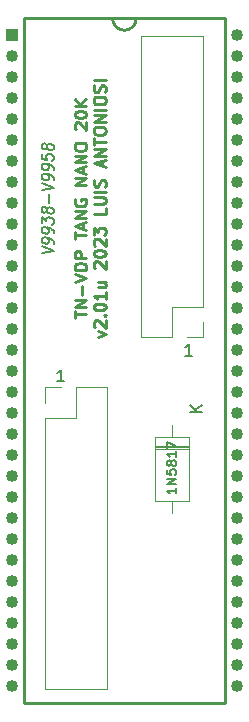
<source format=gbr>
%TF.GenerationSoftware,KiCad,Pcbnew,7.0.1*%
%TF.CreationDate,2023-07-20T10:28:40-07:00*%
%TF.ProjectId,tn_vdp_v9958_socket,746e5f76-6470-45f7-9639-3935385f736f,rev?*%
%TF.SameCoordinates,Original*%
%TF.FileFunction,Legend,Top*%
%TF.FilePolarity,Positive*%
%FSLAX46Y46*%
G04 Gerber Fmt 4.6, Leading zero omitted, Abs format (unit mm)*
G04 Created by KiCad (PCBNEW 7.0.1) date 2023-07-20 10:28:40*
%MOMM*%
%LPD*%
G01*
G04 APERTURE LIST*
%ADD10C,0.250000*%
%ADD11C,0.150000*%
%ADD12C,0.203200*%
%ADD13C,0.120000*%
%ADD14C,0.254000*%
%ADD15R,1.016000X1.016000*%
%ADD16C,1.016000*%
G04 APERTURE END LIST*
D10*
X165757619Y-70035714D02*
X165757619Y-69464286D01*
X166757619Y-69750000D02*
X165757619Y-69750000D01*
X166757619Y-69130952D02*
X165757619Y-69130952D01*
X165757619Y-69130952D02*
X166757619Y-68559524D01*
X166757619Y-68559524D02*
X165757619Y-68559524D01*
X166376666Y-68083333D02*
X166376666Y-67321429D01*
X165757619Y-66988095D02*
X166757619Y-66654762D01*
X166757619Y-66654762D02*
X165757619Y-66321429D01*
X166757619Y-65988095D02*
X165757619Y-65988095D01*
X165757619Y-65988095D02*
X165757619Y-65750000D01*
X165757619Y-65750000D02*
X165805238Y-65607143D01*
X165805238Y-65607143D02*
X165900476Y-65511905D01*
X165900476Y-65511905D02*
X165995714Y-65464286D01*
X165995714Y-65464286D02*
X166186190Y-65416667D01*
X166186190Y-65416667D02*
X166329047Y-65416667D01*
X166329047Y-65416667D02*
X166519523Y-65464286D01*
X166519523Y-65464286D02*
X166614761Y-65511905D01*
X166614761Y-65511905D02*
X166710000Y-65607143D01*
X166710000Y-65607143D02*
X166757619Y-65750000D01*
X166757619Y-65750000D02*
X166757619Y-65988095D01*
X166757619Y-64988095D02*
X165757619Y-64988095D01*
X165757619Y-64988095D02*
X165757619Y-64607143D01*
X165757619Y-64607143D02*
X165805238Y-64511905D01*
X165805238Y-64511905D02*
X165852857Y-64464286D01*
X165852857Y-64464286D02*
X165948095Y-64416667D01*
X165948095Y-64416667D02*
X166090952Y-64416667D01*
X166090952Y-64416667D02*
X166186190Y-64464286D01*
X166186190Y-64464286D02*
X166233809Y-64511905D01*
X166233809Y-64511905D02*
X166281428Y-64607143D01*
X166281428Y-64607143D02*
X166281428Y-64988095D01*
X165757619Y-63369047D02*
X165757619Y-62797619D01*
X166757619Y-63083333D02*
X165757619Y-63083333D01*
X166471904Y-62511904D02*
X166471904Y-62035714D01*
X166757619Y-62607142D02*
X165757619Y-62273809D01*
X165757619Y-62273809D02*
X166757619Y-61940476D01*
X166757619Y-61607142D02*
X165757619Y-61607142D01*
X165757619Y-61607142D02*
X166757619Y-61035714D01*
X166757619Y-61035714D02*
X165757619Y-61035714D01*
X165805238Y-60035714D02*
X165757619Y-60130952D01*
X165757619Y-60130952D02*
X165757619Y-60273809D01*
X165757619Y-60273809D02*
X165805238Y-60416666D01*
X165805238Y-60416666D02*
X165900476Y-60511904D01*
X165900476Y-60511904D02*
X165995714Y-60559523D01*
X165995714Y-60559523D02*
X166186190Y-60607142D01*
X166186190Y-60607142D02*
X166329047Y-60607142D01*
X166329047Y-60607142D02*
X166519523Y-60559523D01*
X166519523Y-60559523D02*
X166614761Y-60511904D01*
X166614761Y-60511904D02*
X166710000Y-60416666D01*
X166710000Y-60416666D02*
X166757619Y-60273809D01*
X166757619Y-60273809D02*
X166757619Y-60178571D01*
X166757619Y-60178571D02*
X166710000Y-60035714D01*
X166710000Y-60035714D02*
X166662380Y-59988095D01*
X166662380Y-59988095D02*
X166329047Y-59988095D01*
X166329047Y-59988095D02*
X166329047Y-60178571D01*
X166757619Y-58797618D02*
X165757619Y-58797618D01*
X165757619Y-58797618D02*
X166757619Y-58226190D01*
X166757619Y-58226190D02*
X165757619Y-58226190D01*
X166471904Y-57797618D02*
X166471904Y-57321428D01*
X166757619Y-57892856D02*
X165757619Y-57559523D01*
X165757619Y-57559523D02*
X166757619Y-57226190D01*
X166757619Y-56892856D02*
X165757619Y-56892856D01*
X165757619Y-56892856D02*
X166757619Y-56321428D01*
X166757619Y-56321428D02*
X165757619Y-56321428D01*
X165757619Y-55654761D02*
X165757619Y-55464285D01*
X165757619Y-55464285D02*
X165805238Y-55369047D01*
X165805238Y-55369047D02*
X165900476Y-55273809D01*
X165900476Y-55273809D02*
X166090952Y-55226190D01*
X166090952Y-55226190D02*
X166424285Y-55226190D01*
X166424285Y-55226190D02*
X166614761Y-55273809D01*
X166614761Y-55273809D02*
X166710000Y-55369047D01*
X166710000Y-55369047D02*
X166757619Y-55464285D01*
X166757619Y-55464285D02*
X166757619Y-55654761D01*
X166757619Y-55654761D02*
X166710000Y-55749999D01*
X166710000Y-55749999D02*
X166614761Y-55845237D01*
X166614761Y-55845237D02*
X166424285Y-55892856D01*
X166424285Y-55892856D02*
X166090952Y-55892856D01*
X166090952Y-55892856D02*
X165900476Y-55845237D01*
X165900476Y-55845237D02*
X165805238Y-55749999D01*
X165805238Y-55749999D02*
X165757619Y-55654761D01*
X165852857Y-54083332D02*
X165805238Y-54035713D01*
X165805238Y-54035713D02*
X165757619Y-53940475D01*
X165757619Y-53940475D02*
X165757619Y-53702380D01*
X165757619Y-53702380D02*
X165805238Y-53607142D01*
X165805238Y-53607142D02*
X165852857Y-53559523D01*
X165852857Y-53559523D02*
X165948095Y-53511904D01*
X165948095Y-53511904D02*
X166043333Y-53511904D01*
X166043333Y-53511904D02*
X166186190Y-53559523D01*
X166186190Y-53559523D02*
X166757619Y-54130951D01*
X166757619Y-54130951D02*
X166757619Y-53511904D01*
X165757619Y-52892856D02*
X165757619Y-52797618D01*
X165757619Y-52797618D02*
X165805238Y-52702380D01*
X165805238Y-52702380D02*
X165852857Y-52654761D01*
X165852857Y-52654761D02*
X165948095Y-52607142D01*
X165948095Y-52607142D02*
X166138571Y-52559523D01*
X166138571Y-52559523D02*
X166376666Y-52559523D01*
X166376666Y-52559523D02*
X166567142Y-52607142D01*
X166567142Y-52607142D02*
X166662380Y-52654761D01*
X166662380Y-52654761D02*
X166710000Y-52702380D01*
X166710000Y-52702380D02*
X166757619Y-52797618D01*
X166757619Y-52797618D02*
X166757619Y-52892856D01*
X166757619Y-52892856D02*
X166710000Y-52988094D01*
X166710000Y-52988094D02*
X166662380Y-53035713D01*
X166662380Y-53035713D02*
X166567142Y-53083332D01*
X166567142Y-53083332D02*
X166376666Y-53130951D01*
X166376666Y-53130951D02*
X166138571Y-53130951D01*
X166138571Y-53130951D02*
X165948095Y-53083332D01*
X165948095Y-53083332D02*
X165852857Y-53035713D01*
X165852857Y-53035713D02*
X165805238Y-52988094D01*
X165805238Y-52988094D02*
X165757619Y-52892856D01*
X166757619Y-52130951D02*
X165757619Y-52130951D01*
X166757619Y-51559523D02*
X166186190Y-51988094D01*
X165757619Y-51559523D02*
X166329047Y-52130951D01*
X167710952Y-71654761D02*
X168377619Y-71416666D01*
X168377619Y-71416666D02*
X167710952Y-71178571D01*
X167472857Y-70845237D02*
X167425238Y-70797618D01*
X167425238Y-70797618D02*
X167377619Y-70702380D01*
X167377619Y-70702380D02*
X167377619Y-70464285D01*
X167377619Y-70464285D02*
X167425238Y-70369047D01*
X167425238Y-70369047D02*
X167472857Y-70321428D01*
X167472857Y-70321428D02*
X167568095Y-70273809D01*
X167568095Y-70273809D02*
X167663333Y-70273809D01*
X167663333Y-70273809D02*
X167806190Y-70321428D01*
X167806190Y-70321428D02*
X168377619Y-70892856D01*
X168377619Y-70892856D02*
X168377619Y-70273809D01*
X168282380Y-69845237D02*
X168330000Y-69797618D01*
X168330000Y-69797618D02*
X168377619Y-69845237D01*
X168377619Y-69845237D02*
X168330000Y-69892856D01*
X168330000Y-69892856D02*
X168282380Y-69845237D01*
X168282380Y-69845237D02*
X168377619Y-69845237D01*
X167377619Y-69178571D02*
X167377619Y-69083333D01*
X167377619Y-69083333D02*
X167425238Y-68988095D01*
X167425238Y-68988095D02*
X167472857Y-68940476D01*
X167472857Y-68940476D02*
X167568095Y-68892857D01*
X167568095Y-68892857D02*
X167758571Y-68845238D01*
X167758571Y-68845238D02*
X167996666Y-68845238D01*
X167996666Y-68845238D02*
X168187142Y-68892857D01*
X168187142Y-68892857D02*
X168282380Y-68940476D01*
X168282380Y-68940476D02*
X168330000Y-68988095D01*
X168330000Y-68988095D02*
X168377619Y-69083333D01*
X168377619Y-69083333D02*
X168377619Y-69178571D01*
X168377619Y-69178571D02*
X168330000Y-69273809D01*
X168330000Y-69273809D02*
X168282380Y-69321428D01*
X168282380Y-69321428D02*
X168187142Y-69369047D01*
X168187142Y-69369047D02*
X167996666Y-69416666D01*
X167996666Y-69416666D02*
X167758571Y-69416666D01*
X167758571Y-69416666D02*
X167568095Y-69369047D01*
X167568095Y-69369047D02*
X167472857Y-69321428D01*
X167472857Y-69321428D02*
X167425238Y-69273809D01*
X167425238Y-69273809D02*
X167377619Y-69178571D01*
X168377619Y-67892857D02*
X168377619Y-68464285D01*
X168377619Y-68178571D02*
X167377619Y-68178571D01*
X167377619Y-68178571D02*
X167520476Y-68273809D01*
X167520476Y-68273809D02*
X167615714Y-68369047D01*
X167615714Y-68369047D02*
X167663333Y-68464285D01*
X167710952Y-67035714D02*
X168377619Y-67035714D01*
X167710952Y-67464285D02*
X168234761Y-67464285D01*
X168234761Y-67464285D02*
X168330000Y-67416666D01*
X168330000Y-67416666D02*
X168377619Y-67321428D01*
X168377619Y-67321428D02*
X168377619Y-67178571D01*
X168377619Y-67178571D02*
X168330000Y-67083333D01*
X168330000Y-67083333D02*
X168282380Y-67035714D01*
X167472857Y-65845237D02*
X167425238Y-65797618D01*
X167425238Y-65797618D02*
X167377619Y-65702380D01*
X167377619Y-65702380D02*
X167377619Y-65464285D01*
X167377619Y-65464285D02*
X167425238Y-65369047D01*
X167425238Y-65369047D02*
X167472857Y-65321428D01*
X167472857Y-65321428D02*
X167568095Y-65273809D01*
X167568095Y-65273809D02*
X167663333Y-65273809D01*
X167663333Y-65273809D02*
X167806190Y-65321428D01*
X167806190Y-65321428D02*
X168377619Y-65892856D01*
X168377619Y-65892856D02*
X168377619Y-65273809D01*
X167377619Y-64654761D02*
X167377619Y-64559523D01*
X167377619Y-64559523D02*
X167425238Y-64464285D01*
X167425238Y-64464285D02*
X167472857Y-64416666D01*
X167472857Y-64416666D02*
X167568095Y-64369047D01*
X167568095Y-64369047D02*
X167758571Y-64321428D01*
X167758571Y-64321428D02*
X167996666Y-64321428D01*
X167996666Y-64321428D02*
X168187142Y-64369047D01*
X168187142Y-64369047D02*
X168282380Y-64416666D01*
X168282380Y-64416666D02*
X168330000Y-64464285D01*
X168330000Y-64464285D02*
X168377619Y-64559523D01*
X168377619Y-64559523D02*
X168377619Y-64654761D01*
X168377619Y-64654761D02*
X168330000Y-64749999D01*
X168330000Y-64749999D02*
X168282380Y-64797618D01*
X168282380Y-64797618D02*
X168187142Y-64845237D01*
X168187142Y-64845237D02*
X167996666Y-64892856D01*
X167996666Y-64892856D02*
X167758571Y-64892856D01*
X167758571Y-64892856D02*
X167568095Y-64845237D01*
X167568095Y-64845237D02*
X167472857Y-64797618D01*
X167472857Y-64797618D02*
X167425238Y-64749999D01*
X167425238Y-64749999D02*
X167377619Y-64654761D01*
X167472857Y-63940475D02*
X167425238Y-63892856D01*
X167425238Y-63892856D02*
X167377619Y-63797618D01*
X167377619Y-63797618D02*
X167377619Y-63559523D01*
X167377619Y-63559523D02*
X167425238Y-63464285D01*
X167425238Y-63464285D02*
X167472857Y-63416666D01*
X167472857Y-63416666D02*
X167568095Y-63369047D01*
X167568095Y-63369047D02*
X167663333Y-63369047D01*
X167663333Y-63369047D02*
X167806190Y-63416666D01*
X167806190Y-63416666D02*
X168377619Y-63988094D01*
X168377619Y-63988094D02*
X168377619Y-63369047D01*
X167377619Y-63035713D02*
X167377619Y-62416666D01*
X167377619Y-62416666D02*
X167758571Y-62749999D01*
X167758571Y-62749999D02*
X167758571Y-62607142D01*
X167758571Y-62607142D02*
X167806190Y-62511904D01*
X167806190Y-62511904D02*
X167853809Y-62464285D01*
X167853809Y-62464285D02*
X167949047Y-62416666D01*
X167949047Y-62416666D02*
X168187142Y-62416666D01*
X168187142Y-62416666D02*
X168282380Y-62464285D01*
X168282380Y-62464285D02*
X168330000Y-62511904D01*
X168330000Y-62511904D02*
X168377619Y-62607142D01*
X168377619Y-62607142D02*
X168377619Y-62892856D01*
X168377619Y-62892856D02*
X168330000Y-62988094D01*
X168330000Y-62988094D02*
X168282380Y-63035713D01*
X168377619Y-60749999D02*
X168377619Y-61226189D01*
X168377619Y-61226189D02*
X167377619Y-61226189D01*
X167377619Y-60416665D02*
X168187142Y-60416665D01*
X168187142Y-60416665D02*
X168282380Y-60369046D01*
X168282380Y-60369046D02*
X168330000Y-60321427D01*
X168330000Y-60321427D02*
X168377619Y-60226189D01*
X168377619Y-60226189D02*
X168377619Y-60035713D01*
X168377619Y-60035713D02*
X168330000Y-59940475D01*
X168330000Y-59940475D02*
X168282380Y-59892856D01*
X168282380Y-59892856D02*
X168187142Y-59845237D01*
X168187142Y-59845237D02*
X167377619Y-59845237D01*
X168377619Y-59369046D02*
X167377619Y-59369046D01*
X168330000Y-58940475D02*
X168377619Y-58797618D01*
X168377619Y-58797618D02*
X168377619Y-58559523D01*
X168377619Y-58559523D02*
X168330000Y-58464285D01*
X168330000Y-58464285D02*
X168282380Y-58416666D01*
X168282380Y-58416666D02*
X168187142Y-58369047D01*
X168187142Y-58369047D02*
X168091904Y-58369047D01*
X168091904Y-58369047D02*
X167996666Y-58416666D01*
X167996666Y-58416666D02*
X167949047Y-58464285D01*
X167949047Y-58464285D02*
X167901428Y-58559523D01*
X167901428Y-58559523D02*
X167853809Y-58749999D01*
X167853809Y-58749999D02*
X167806190Y-58845237D01*
X167806190Y-58845237D02*
X167758571Y-58892856D01*
X167758571Y-58892856D02*
X167663333Y-58940475D01*
X167663333Y-58940475D02*
X167568095Y-58940475D01*
X167568095Y-58940475D02*
X167472857Y-58892856D01*
X167472857Y-58892856D02*
X167425238Y-58845237D01*
X167425238Y-58845237D02*
X167377619Y-58749999D01*
X167377619Y-58749999D02*
X167377619Y-58511904D01*
X167377619Y-58511904D02*
X167425238Y-58369047D01*
X168091904Y-57226189D02*
X168091904Y-56749999D01*
X168377619Y-57321427D02*
X167377619Y-56988094D01*
X167377619Y-56988094D02*
X168377619Y-56654761D01*
X168377619Y-56321427D02*
X167377619Y-56321427D01*
X167377619Y-56321427D02*
X168377619Y-55749999D01*
X168377619Y-55749999D02*
X167377619Y-55749999D01*
X167377619Y-55416665D02*
X167377619Y-54845237D01*
X168377619Y-55130951D02*
X167377619Y-55130951D01*
X167377619Y-54321427D02*
X167377619Y-54130951D01*
X167377619Y-54130951D02*
X167425238Y-54035713D01*
X167425238Y-54035713D02*
X167520476Y-53940475D01*
X167520476Y-53940475D02*
X167710952Y-53892856D01*
X167710952Y-53892856D02*
X168044285Y-53892856D01*
X168044285Y-53892856D02*
X168234761Y-53940475D01*
X168234761Y-53940475D02*
X168330000Y-54035713D01*
X168330000Y-54035713D02*
X168377619Y-54130951D01*
X168377619Y-54130951D02*
X168377619Y-54321427D01*
X168377619Y-54321427D02*
X168330000Y-54416665D01*
X168330000Y-54416665D02*
X168234761Y-54511903D01*
X168234761Y-54511903D02*
X168044285Y-54559522D01*
X168044285Y-54559522D02*
X167710952Y-54559522D01*
X167710952Y-54559522D02*
X167520476Y-54511903D01*
X167520476Y-54511903D02*
X167425238Y-54416665D01*
X167425238Y-54416665D02*
X167377619Y-54321427D01*
X168377619Y-53464284D02*
X167377619Y-53464284D01*
X167377619Y-53464284D02*
X168377619Y-52892856D01*
X168377619Y-52892856D02*
X167377619Y-52892856D01*
X168377619Y-52416665D02*
X167377619Y-52416665D01*
X167377619Y-51749999D02*
X167377619Y-51559523D01*
X167377619Y-51559523D02*
X167425238Y-51464285D01*
X167425238Y-51464285D02*
X167520476Y-51369047D01*
X167520476Y-51369047D02*
X167710952Y-51321428D01*
X167710952Y-51321428D02*
X168044285Y-51321428D01*
X168044285Y-51321428D02*
X168234761Y-51369047D01*
X168234761Y-51369047D02*
X168330000Y-51464285D01*
X168330000Y-51464285D02*
X168377619Y-51559523D01*
X168377619Y-51559523D02*
X168377619Y-51749999D01*
X168377619Y-51749999D02*
X168330000Y-51845237D01*
X168330000Y-51845237D02*
X168234761Y-51940475D01*
X168234761Y-51940475D02*
X168044285Y-51988094D01*
X168044285Y-51988094D02*
X167710952Y-51988094D01*
X167710952Y-51988094D02*
X167520476Y-51940475D01*
X167520476Y-51940475D02*
X167425238Y-51845237D01*
X167425238Y-51845237D02*
X167377619Y-51749999D01*
X168330000Y-50940475D02*
X168377619Y-50797618D01*
X168377619Y-50797618D02*
X168377619Y-50559523D01*
X168377619Y-50559523D02*
X168330000Y-50464285D01*
X168330000Y-50464285D02*
X168282380Y-50416666D01*
X168282380Y-50416666D02*
X168187142Y-50369047D01*
X168187142Y-50369047D02*
X168091904Y-50369047D01*
X168091904Y-50369047D02*
X167996666Y-50416666D01*
X167996666Y-50416666D02*
X167949047Y-50464285D01*
X167949047Y-50464285D02*
X167901428Y-50559523D01*
X167901428Y-50559523D02*
X167853809Y-50749999D01*
X167853809Y-50749999D02*
X167806190Y-50845237D01*
X167806190Y-50845237D02*
X167758571Y-50892856D01*
X167758571Y-50892856D02*
X167663333Y-50940475D01*
X167663333Y-50940475D02*
X167568095Y-50940475D01*
X167568095Y-50940475D02*
X167472857Y-50892856D01*
X167472857Y-50892856D02*
X167425238Y-50845237D01*
X167425238Y-50845237D02*
X167377619Y-50749999D01*
X167377619Y-50749999D02*
X167377619Y-50511904D01*
X167377619Y-50511904D02*
X167425238Y-50369047D01*
X168377619Y-49940475D02*
X167377619Y-49940475D01*
D11*
%TO.C,D1*%
X176562619Y-78011904D02*
X175562619Y-78011904D01*
X176562619Y-77440476D02*
X175991190Y-77869047D01*
X175562619Y-77440476D02*
X176134047Y-78011904D01*
X174370095Y-84464286D02*
X174370095Y-84921429D01*
X174370095Y-84692857D02*
X173570095Y-84692857D01*
X173570095Y-84692857D02*
X173684380Y-84769048D01*
X173684380Y-84769048D02*
X173760571Y-84845238D01*
X173760571Y-84845238D02*
X173798666Y-84921429D01*
X174370095Y-84121428D02*
X173570095Y-84121428D01*
X173570095Y-84121428D02*
X174370095Y-83664285D01*
X174370095Y-83664285D02*
X173570095Y-83664285D01*
X173570095Y-82902381D02*
X173570095Y-83283333D01*
X173570095Y-83283333D02*
X173951047Y-83321429D01*
X173951047Y-83321429D02*
X173912952Y-83283333D01*
X173912952Y-83283333D02*
X173874857Y-83207143D01*
X173874857Y-83207143D02*
X173874857Y-83016667D01*
X173874857Y-83016667D02*
X173912952Y-82940476D01*
X173912952Y-82940476D02*
X173951047Y-82902381D01*
X173951047Y-82902381D02*
X174027238Y-82864286D01*
X174027238Y-82864286D02*
X174217714Y-82864286D01*
X174217714Y-82864286D02*
X174293904Y-82902381D01*
X174293904Y-82902381D02*
X174332000Y-82940476D01*
X174332000Y-82940476D02*
X174370095Y-83016667D01*
X174370095Y-83016667D02*
X174370095Y-83207143D01*
X174370095Y-83207143D02*
X174332000Y-83283333D01*
X174332000Y-83283333D02*
X174293904Y-83321429D01*
X173912952Y-82407143D02*
X173874857Y-82483333D01*
X173874857Y-82483333D02*
X173836761Y-82521428D01*
X173836761Y-82521428D02*
X173760571Y-82559524D01*
X173760571Y-82559524D02*
X173722476Y-82559524D01*
X173722476Y-82559524D02*
X173646285Y-82521428D01*
X173646285Y-82521428D02*
X173608190Y-82483333D01*
X173608190Y-82483333D02*
X173570095Y-82407143D01*
X173570095Y-82407143D02*
X173570095Y-82254762D01*
X173570095Y-82254762D02*
X173608190Y-82178571D01*
X173608190Y-82178571D02*
X173646285Y-82140476D01*
X173646285Y-82140476D02*
X173722476Y-82102381D01*
X173722476Y-82102381D02*
X173760571Y-82102381D01*
X173760571Y-82102381D02*
X173836761Y-82140476D01*
X173836761Y-82140476D02*
X173874857Y-82178571D01*
X173874857Y-82178571D02*
X173912952Y-82254762D01*
X173912952Y-82254762D02*
X173912952Y-82407143D01*
X173912952Y-82407143D02*
X173951047Y-82483333D01*
X173951047Y-82483333D02*
X173989142Y-82521428D01*
X173989142Y-82521428D02*
X174065333Y-82559524D01*
X174065333Y-82559524D02*
X174217714Y-82559524D01*
X174217714Y-82559524D02*
X174293904Y-82521428D01*
X174293904Y-82521428D02*
X174332000Y-82483333D01*
X174332000Y-82483333D02*
X174370095Y-82407143D01*
X174370095Y-82407143D02*
X174370095Y-82254762D01*
X174370095Y-82254762D02*
X174332000Y-82178571D01*
X174332000Y-82178571D02*
X174293904Y-82140476D01*
X174293904Y-82140476D02*
X174217714Y-82102381D01*
X174217714Y-82102381D02*
X174065333Y-82102381D01*
X174065333Y-82102381D02*
X173989142Y-82140476D01*
X173989142Y-82140476D02*
X173951047Y-82178571D01*
X173951047Y-82178571D02*
X173912952Y-82254762D01*
X174370095Y-81340476D02*
X174370095Y-81797619D01*
X174370095Y-81569047D02*
X173570095Y-81569047D01*
X173570095Y-81569047D02*
X173684380Y-81645238D01*
X173684380Y-81645238D02*
X173760571Y-81721428D01*
X173760571Y-81721428D02*
X173798666Y-81797619D01*
X173570095Y-81073809D02*
X173570095Y-80540475D01*
X173570095Y-80540475D02*
X174370095Y-80883333D01*
%TO.C,J3*%
X164877714Y-75436619D02*
X164306286Y-75436619D01*
X164592000Y-75436619D02*
X164592000Y-74436619D01*
X164592000Y-74436619D02*
X164496762Y-74579476D01*
X164496762Y-74579476D02*
X164401524Y-74674714D01*
X164401524Y-74674714D02*
X164306286Y-74722333D01*
D12*
%TO.C,U1*%
X162954020Y-64594982D02*
X163970020Y-64417182D01*
X163970020Y-64417182D02*
X162954020Y-63985382D01*
X163970020Y-63770087D02*
X163970020Y-63595916D01*
X163970020Y-63595916D02*
X163921640Y-63502782D01*
X163921640Y-63502782D02*
X163873259Y-63453192D01*
X163873259Y-63453192D02*
X163728116Y-63347963D01*
X163728116Y-63347963D02*
X163534592Y-63280230D01*
X163534592Y-63280230D02*
X163147544Y-63231849D01*
X163147544Y-63231849D02*
X163050782Y-63263297D01*
X163050782Y-63263297D02*
X163002401Y-63300792D01*
X163002401Y-63300792D02*
X162954020Y-63381830D01*
X162954020Y-63381830D02*
X162954020Y-63556001D01*
X162954020Y-63556001D02*
X163002401Y-63649135D01*
X163002401Y-63649135D02*
X163050782Y-63698725D01*
X163050782Y-63698725D02*
X163147544Y-63754363D01*
X163147544Y-63754363D02*
X163389449Y-63784601D01*
X163389449Y-63784601D02*
X163486211Y-63753154D01*
X163486211Y-63753154D02*
X163534592Y-63715658D01*
X163534592Y-63715658D02*
X163582973Y-63634620D01*
X163582973Y-63634620D02*
X163582973Y-63460449D01*
X163582973Y-63460449D02*
X163534592Y-63367316D01*
X163534592Y-63367316D02*
X163486211Y-63317725D01*
X163486211Y-63317725D02*
X163389449Y-63262087D01*
X163970020Y-62905277D02*
X163970020Y-62731106D01*
X163970020Y-62731106D02*
X163921640Y-62637972D01*
X163921640Y-62637972D02*
X163873259Y-62588382D01*
X163873259Y-62588382D02*
X163728116Y-62483153D01*
X163728116Y-62483153D02*
X163534592Y-62415420D01*
X163534592Y-62415420D02*
X163147544Y-62367039D01*
X163147544Y-62367039D02*
X163050782Y-62398487D01*
X163050782Y-62398487D02*
X163002401Y-62435982D01*
X163002401Y-62435982D02*
X162954020Y-62517020D01*
X162954020Y-62517020D02*
X162954020Y-62691191D01*
X162954020Y-62691191D02*
X163002401Y-62784325D01*
X163002401Y-62784325D02*
X163050782Y-62833915D01*
X163050782Y-62833915D02*
X163147544Y-62889553D01*
X163147544Y-62889553D02*
X163389449Y-62919791D01*
X163389449Y-62919791D02*
X163486211Y-62888344D01*
X163486211Y-62888344D02*
X163534592Y-62850848D01*
X163534592Y-62850848D02*
X163582973Y-62769810D01*
X163582973Y-62769810D02*
X163582973Y-62595639D01*
X163582973Y-62595639D02*
X163534592Y-62502506D01*
X163534592Y-62502506D02*
X163486211Y-62452915D01*
X163486211Y-62452915D02*
X163389449Y-62397277D01*
X162954020Y-62044096D02*
X162954020Y-61478038D01*
X162954020Y-61478038D02*
X163341068Y-61831219D01*
X163341068Y-61831219D02*
X163341068Y-61700591D01*
X163341068Y-61700591D02*
X163389449Y-61619553D01*
X163389449Y-61619553D02*
X163437830Y-61582057D01*
X163437830Y-61582057D02*
X163534592Y-61550610D01*
X163534592Y-61550610D02*
X163776497Y-61580848D01*
X163776497Y-61580848D02*
X163873259Y-61636486D01*
X163873259Y-61636486D02*
X163921640Y-61686077D01*
X163921640Y-61686077D02*
X163970020Y-61779210D01*
X163970020Y-61779210D02*
X163970020Y-62040467D01*
X163970020Y-62040467D02*
X163921640Y-62121505D01*
X163921640Y-62121505D02*
X163873259Y-62159000D01*
X163389449Y-61016000D02*
X163341068Y-61097038D01*
X163341068Y-61097038D02*
X163292687Y-61134533D01*
X163292687Y-61134533D02*
X163195925Y-61165981D01*
X163195925Y-61165981D02*
X163147544Y-61159933D01*
X163147544Y-61159933D02*
X163050782Y-61104295D01*
X163050782Y-61104295D02*
X163002401Y-61054705D01*
X163002401Y-61054705D02*
X162954020Y-60961571D01*
X162954020Y-60961571D02*
X162954020Y-60787400D01*
X162954020Y-60787400D02*
X163002401Y-60706362D01*
X163002401Y-60706362D02*
X163050782Y-60668867D01*
X163050782Y-60668867D02*
X163147544Y-60637419D01*
X163147544Y-60637419D02*
X163195925Y-60643467D01*
X163195925Y-60643467D02*
X163292687Y-60699105D01*
X163292687Y-60699105D02*
X163341068Y-60748695D01*
X163341068Y-60748695D02*
X163389449Y-60841828D01*
X163389449Y-60841828D02*
X163389449Y-61016000D01*
X163389449Y-61016000D02*
X163437830Y-61109133D01*
X163437830Y-61109133D02*
X163486211Y-61158724D01*
X163486211Y-61158724D02*
X163582973Y-61214362D01*
X163582973Y-61214362D02*
X163776497Y-61238552D01*
X163776497Y-61238552D02*
X163873259Y-61207105D01*
X163873259Y-61207105D02*
X163921640Y-61169609D01*
X163921640Y-61169609D02*
X163970020Y-61088571D01*
X163970020Y-61088571D02*
X163970020Y-60914400D01*
X163970020Y-60914400D02*
X163921640Y-60821267D01*
X163921640Y-60821267D02*
X163873259Y-60771676D01*
X163873259Y-60771676D02*
X163776497Y-60716038D01*
X163776497Y-60716038D02*
X163582973Y-60691847D01*
X163582973Y-60691847D02*
X163486211Y-60723295D01*
X163486211Y-60723295D02*
X163437830Y-60760790D01*
X163437830Y-60760790D02*
X163389449Y-60841828D01*
X163582973Y-60306009D02*
X163582973Y-59609323D01*
X162954020Y-59225904D02*
X163970020Y-59048104D01*
X163970020Y-59048104D02*
X162954020Y-58616304D01*
X163970020Y-58401009D02*
X163970020Y-58226838D01*
X163970020Y-58226838D02*
X163921640Y-58133704D01*
X163921640Y-58133704D02*
X163873259Y-58084114D01*
X163873259Y-58084114D02*
X163728116Y-57978885D01*
X163728116Y-57978885D02*
X163534592Y-57911152D01*
X163534592Y-57911152D02*
X163147544Y-57862771D01*
X163147544Y-57862771D02*
X163050782Y-57894219D01*
X163050782Y-57894219D02*
X163002401Y-57931714D01*
X163002401Y-57931714D02*
X162954020Y-58012752D01*
X162954020Y-58012752D02*
X162954020Y-58186923D01*
X162954020Y-58186923D02*
X163002401Y-58280057D01*
X163002401Y-58280057D02*
X163050782Y-58329647D01*
X163050782Y-58329647D02*
X163147544Y-58385285D01*
X163147544Y-58385285D02*
X163389449Y-58415523D01*
X163389449Y-58415523D02*
X163486211Y-58384076D01*
X163486211Y-58384076D02*
X163534592Y-58346580D01*
X163534592Y-58346580D02*
X163582973Y-58265542D01*
X163582973Y-58265542D02*
X163582973Y-58091371D01*
X163582973Y-58091371D02*
X163534592Y-57998238D01*
X163534592Y-57998238D02*
X163486211Y-57948647D01*
X163486211Y-57948647D02*
X163389449Y-57893009D01*
X163970020Y-57536199D02*
X163970020Y-57362028D01*
X163970020Y-57362028D02*
X163921640Y-57268894D01*
X163921640Y-57268894D02*
X163873259Y-57219304D01*
X163873259Y-57219304D02*
X163728116Y-57114075D01*
X163728116Y-57114075D02*
X163534592Y-57046342D01*
X163534592Y-57046342D02*
X163147544Y-56997961D01*
X163147544Y-56997961D02*
X163050782Y-57029409D01*
X163050782Y-57029409D02*
X163002401Y-57066904D01*
X163002401Y-57066904D02*
X162954020Y-57147942D01*
X162954020Y-57147942D02*
X162954020Y-57322113D01*
X162954020Y-57322113D02*
X163002401Y-57415247D01*
X163002401Y-57415247D02*
X163050782Y-57464837D01*
X163050782Y-57464837D02*
X163147544Y-57520475D01*
X163147544Y-57520475D02*
X163389449Y-57550713D01*
X163389449Y-57550713D02*
X163486211Y-57519266D01*
X163486211Y-57519266D02*
X163534592Y-57481770D01*
X163534592Y-57481770D02*
X163582973Y-57400732D01*
X163582973Y-57400732D02*
X163582973Y-57226561D01*
X163582973Y-57226561D02*
X163534592Y-57133428D01*
X163534592Y-57133428D02*
X163486211Y-57083837D01*
X163486211Y-57083837D02*
X163389449Y-57028199D01*
X162954020Y-56152503D02*
X162954020Y-56587932D01*
X162954020Y-56587932D02*
X163437830Y-56691951D01*
X163437830Y-56691951D02*
X163389449Y-56642360D01*
X163389449Y-56642360D02*
X163341068Y-56549227D01*
X163341068Y-56549227D02*
X163341068Y-56331513D01*
X163341068Y-56331513D02*
X163389449Y-56250475D01*
X163389449Y-56250475D02*
X163437830Y-56212979D01*
X163437830Y-56212979D02*
X163534592Y-56181532D01*
X163534592Y-56181532D02*
X163776497Y-56211770D01*
X163776497Y-56211770D02*
X163873259Y-56267408D01*
X163873259Y-56267408D02*
X163921640Y-56316999D01*
X163921640Y-56316999D02*
X163970020Y-56410132D01*
X163970020Y-56410132D02*
X163970020Y-56627846D01*
X163970020Y-56627846D02*
X163921640Y-56708884D01*
X163921640Y-56708884D02*
X163873259Y-56746379D01*
X163389449Y-55646922D02*
X163341068Y-55727960D01*
X163341068Y-55727960D02*
X163292687Y-55765455D01*
X163292687Y-55765455D02*
X163195925Y-55796903D01*
X163195925Y-55796903D02*
X163147544Y-55790855D01*
X163147544Y-55790855D02*
X163050782Y-55735217D01*
X163050782Y-55735217D02*
X163002401Y-55685627D01*
X163002401Y-55685627D02*
X162954020Y-55592493D01*
X162954020Y-55592493D02*
X162954020Y-55418322D01*
X162954020Y-55418322D02*
X163002401Y-55337284D01*
X163002401Y-55337284D02*
X163050782Y-55299789D01*
X163050782Y-55299789D02*
X163147544Y-55268341D01*
X163147544Y-55268341D02*
X163195925Y-55274389D01*
X163195925Y-55274389D02*
X163292687Y-55330027D01*
X163292687Y-55330027D02*
X163341068Y-55379617D01*
X163341068Y-55379617D02*
X163389449Y-55472750D01*
X163389449Y-55472750D02*
X163389449Y-55646922D01*
X163389449Y-55646922D02*
X163437830Y-55740055D01*
X163437830Y-55740055D02*
X163486211Y-55789646D01*
X163486211Y-55789646D02*
X163582973Y-55845284D01*
X163582973Y-55845284D02*
X163776497Y-55869474D01*
X163776497Y-55869474D02*
X163873259Y-55838027D01*
X163873259Y-55838027D02*
X163921640Y-55800531D01*
X163921640Y-55800531D02*
X163970020Y-55719493D01*
X163970020Y-55719493D02*
X163970020Y-55545322D01*
X163970020Y-55545322D02*
X163921640Y-55452189D01*
X163921640Y-55452189D02*
X163873259Y-55402598D01*
X163873259Y-55402598D02*
X163776497Y-55346960D01*
X163776497Y-55346960D02*
X163582973Y-55322769D01*
X163582973Y-55322769D02*
X163486211Y-55354217D01*
X163486211Y-55354217D02*
X163437830Y-55391712D01*
X163437830Y-55391712D02*
X163389449Y-55472750D01*
D11*
%TO.C,J4*%
X175702714Y-73245619D02*
X175131286Y-73245619D01*
X175417000Y-73245619D02*
X175417000Y-72245619D01*
X175417000Y-72245619D02*
X175321762Y-72388476D01*
X175321762Y-72388476D02*
X175226524Y-72483714D01*
X175226524Y-72483714D02*
X175131286Y-72531333D01*
D13*
%TO.C,D1*%
X174000000Y-79090000D02*
X174000000Y-80110000D01*
X175470000Y-80110000D02*
X172530000Y-80110000D01*
X172530000Y-80110000D02*
X172530000Y-85550000D01*
X175470000Y-80890000D02*
X172530000Y-80890000D01*
X175470000Y-81010000D02*
X172530000Y-81010000D01*
X175470000Y-81130000D02*
X172530000Y-81130000D01*
X175470000Y-85550000D02*
X175470000Y-80110000D01*
X172530000Y-85550000D02*
X175470000Y-85550000D01*
X174000000Y-86570000D02*
X174000000Y-85550000D01*
%TO.C,J3*%
X163262000Y-75930000D02*
X164592000Y-75930000D01*
X163262000Y-77260000D02*
X163262000Y-75930000D01*
X163262000Y-78530000D02*
X163262000Y-101450000D01*
X163262000Y-78530000D02*
X165862000Y-78530000D01*
X163262000Y-101450000D02*
X168462000Y-101450000D01*
X165862000Y-75930000D02*
X168462000Y-75930000D01*
X165862000Y-78530000D02*
X165862000Y-75930000D01*
X168462000Y-75930000D02*
X168462000Y-101450000D01*
D14*
%TO.C,U1*%
X178475000Y-44691000D02*
X178475000Y-102691000D01*
X161475000Y-44691000D02*
X178475000Y-44691000D01*
X178475000Y-102691000D02*
X161475000Y-102691000D01*
X161475000Y-102691000D02*
X161475000Y-44691000D01*
X169975000Y-45707000D02*
G75*
G03*
X170991000Y-44691000I-2J1016002D01*
G01*
X168959000Y-44691000D02*
G75*
G03*
X169975000Y-45707000I1016002J2D01*
G01*
D13*
%TO.C,J4*%
X176620000Y-71700000D02*
X175290000Y-71700000D01*
X176620000Y-70370000D02*
X176620000Y-71700000D01*
X176620000Y-69100000D02*
X176620000Y-46180000D01*
X176620000Y-69100000D02*
X174020000Y-69100000D01*
X176620000Y-46180000D02*
X171420000Y-46180000D01*
X174020000Y-71700000D02*
X171420000Y-71700000D01*
X174020000Y-69100000D02*
X174020000Y-71700000D01*
X171420000Y-71700000D02*
X171420000Y-46180000D01*
%TD*%
D15*
%TO.C,U1*%
X160450000Y-46132000D03*
D16*
X160450000Y-47910000D03*
X160450000Y-49688000D03*
X160450000Y-51466000D03*
X160450000Y-53244000D03*
X160450000Y-55022000D03*
X160450000Y-56800000D03*
X160450000Y-58578000D03*
X160450000Y-60356000D03*
X160450000Y-62134000D03*
X160450000Y-63912000D03*
X160450000Y-65690000D03*
X160450000Y-67468000D03*
X160450000Y-69246000D03*
X160450000Y-71024000D03*
X160450000Y-72802000D03*
X160450000Y-74580000D03*
X160450000Y-76358000D03*
X160450000Y-78136000D03*
X160450000Y-79914000D03*
X160450000Y-81692000D03*
X160450000Y-83470000D03*
X160450000Y-85248000D03*
X160450000Y-87026000D03*
X160450000Y-88804000D03*
X160450000Y-90582000D03*
X160450000Y-92360000D03*
X160450000Y-94138000D03*
X160450000Y-95916000D03*
X160450000Y-97694000D03*
X160450000Y-99472000D03*
X160450000Y-101250000D03*
X179500000Y-101250000D03*
X179500000Y-99472000D03*
X179500000Y-97694000D03*
X179500000Y-95916000D03*
X179500000Y-94138000D03*
X179500000Y-92360000D03*
X179500000Y-90582000D03*
X179500000Y-88804000D03*
X179500000Y-87026000D03*
X179500000Y-85248000D03*
X179500000Y-83470000D03*
X179500000Y-81692000D03*
X179500000Y-79914000D03*
X179500000Y-78136000D03*
X179500000Y-76358000D03*
X179500000Y-74580000D03*
X179500000Y-72802000D03*
X179500000Y-71024000D03*
X179500000Y-69246000D03*
X179500000Y-67468000D03*
X179500000Y-65690000D03*
X179500000Y-63912000D03*
X179500000Y-62134000D03*
X179500000Y-60356000D03*
X179500000Y-58578000D03*
X179500000Y-56800000D03*
X179500000Y-55022000D03*
X179500000Y-53244000D03*
X179500000Y-51466000D03*
X179500000Y-49688000D03*
X179500000Y-47910000D03*
X179500000Y-46132000D03*
%TD*%
M02*

</source>
